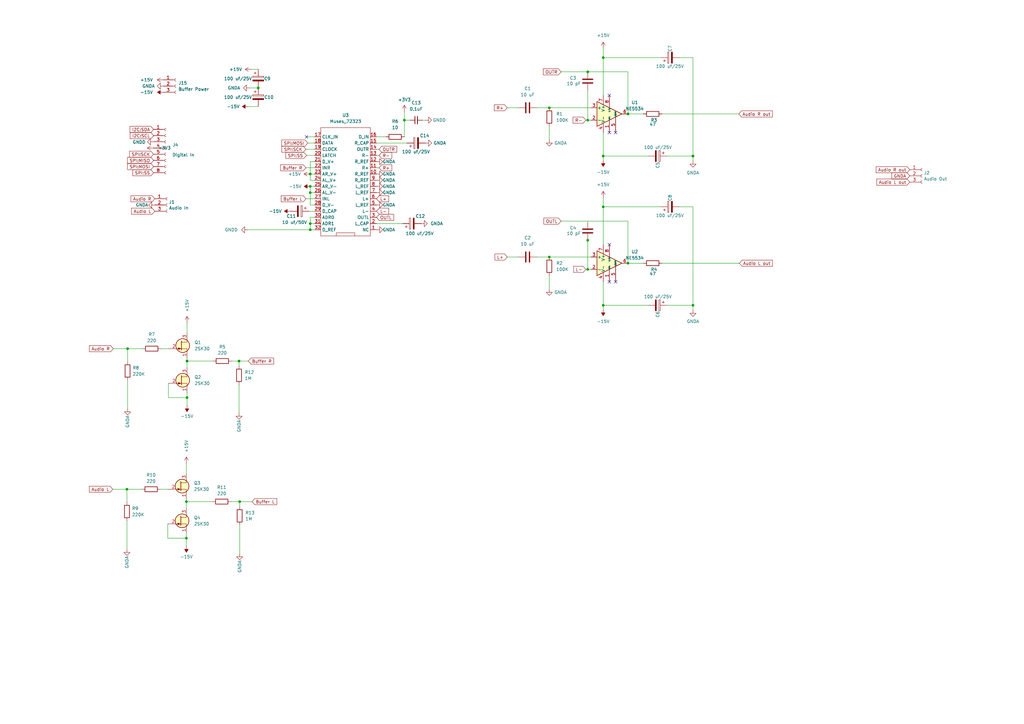
<source format=kicad_sch>
(kicad_sch (version 20231120) (generator "eeschema") (generator_version "8.0")
  (paper "A3")
  (lib_symbols
    (symbol "Amplifier_Operational:NE5534" (pin_names (offset 0.127))
      (property "Reference" "U" (at 1.27 6.35 0))
      (property "Value" "NE5534" (at 1.27 3.81 0))
      (symbol "NE5534_0_1"
        (polyline (pts (xy -5.08 5.08) (xy 5.08 0) (xy -5.08 -5.08) (xy -5.08 5.08)) (stroke (width 0.254)) (fill (type background)))
      )
      (symbol "NE5534_1_1"
        (pin input line (at 0 -7.62 90) (length 5.08) (name "BAL") (number "1"))
        (pin input line (at -7.62 -2.54 0) (length 2.54) (name "-") (number "2"))
        (pin input line (at -7.62 2.54 0) (length 2.54) (name "+") (number "3"))
        (pin power_in line (at -2.54 -7.62 90) (length 3.81) (name "V-") (number "4"))
        (pin input line (at 2.54 -7.62 90) (length 6.35) (name "COMP") (number "5"))
        (pin output line (at 7.62 0 180) (length 2.54) (name "~") (number "6"))
        (pin power_in line (at -2.54 7.62 270) (length 3.81) (name "V+") (number "7"))
        (pin input line (at 0 7.62 270) (length 5.08) (name "C/B") (number "8"))
      )
    )
    (symbol "Connector:Conn_01x03_Female" (pin_names (offset 1.016) hide)
      (property "Reference" "J" (at 0 5.08 0))
      (property "Value" "Conn_01x03_Female" (at 0 -5.08 0))
      (symbol "Conn_01x03_Female_1_1"
        (arc (start 0 -2.032) (mid -0.5058 -2.54) (end 0 -3.048) (stroke (width 0.1524)))
        (polyline (pts (xy -1.27 -2.54) (xy -0.508 -2.54)) (stroke (width 0.1524)))
        (polyline (pts (xy -1.27 0) (xy -0.508 0)) (stroke (width 0.1524)))
        (polyline (pts (xy -1.27 2.54) (xy -0.508 2.54)) (stroke (width 0.1524)))
        (arc (start 0 0.508) (mid -0.5058 0) (end 0 -0.508) (stroke (width 0.1524)))
        (arc (start 0 3.048) (mid -0.5058 2.54) (end 0 2.032) (stroke (width 0.1524)))
        (pin passive line (at -5.08 2.54 0) (length 3.81) (name "Pin_1") (number "1"))
        (pin passive line (at -5.08 0 0) (length 3.81) (name "Pin_2") (number "2"))
        (pin passive line (at -5.08 -2.54 0) (length 3.81) (name "Pin_3") (number "3"))
      )
    )
    (symbol "Connector:Conn_01x08_Female" (pin_names (offset 1.016) hide)
      (property "Reference" "J" (at 0 10.16 0))
      (property "Value" "Conn_01x08_Female" (at 0 -12.7 0))
      (symbol "Conn_01x08_Female_1_1"
        (arc (start 0 -9.652) (mid -0.5058 -10.16) (end 0 -10.668) (stroke (width 0.1524)))
        (arc (start 0 -7.112) (mid -0.5058 -7.62) (end 0 -8.128) (stroke (width 0.1524)))
        (arc (start 0 -4.572) (mid -0.5058 -5.08) (end 0 -5.588) (stroke (width 0.1524)))
        (arc (start 0 -2.032) (mid -0.5058 -2.54) (end 0 -3.048) (stroke (width 0.1524)))
        (polyline (pts (xy -1.27 -10.16) (xy -0.508 -10.16)) (stroke (width 0.1524)))
        (polyline (pts (xy -1.27 -7.62) (xy -0.508 -7.62)) (stroke (width 0.1524)))
        (polyline (pts (xy -1.27 -5.08) (xy -0.508 -5.08)) (stroke (width 0.1524)))
        (polyline (pts (xy -1.27 -2.54) (xy -0.508 -2.54)) (stroke (width 0.1524)))
        (polyline (pts (xy -1.27 0) (xy -0.508 0)) (stroke (width 0.1524)))
        (polyline (pts (xy -1.27 2.54) (xy -0.508 2.54)) (stroke (width 0.1524)))
        (polyline (pts (xy -1.27 5.08) (xy -0.508 5.08)) (stroke (width 0.1524)))
        (polyline (pts (xy -1.27 7.62) (xy -0.508 7.62)) (stroke (width 0.1524)))
        (arc (start 0 0.508) (mid -0.5058 0) (end 0 -0.508) (stroke (width 0.1524)))
        (arc (start 0 3.048) (mid -0.5058 2.54) (end 0 2.032) (stroke (width 0.1524)))
        (arc (start 0 5.588) (mid -0.5058 5.08) (end 0 4.572) (stroke (width 0.1524)))
        (arc (start 0 8.128) (mid -0.5058 7.62) (end 0 7.112) (stroke (width 0.1524)))
        (pin passive line (at -5.08 7.62 0) (length 3.81) (name "Pin_1") (number "1"))
        (pin passive line (at -5.08 5.08 0) (length 3.81) (name "Pin_2") (number "2"))
        (pin passive line (at -5.08 2.54 0) (length 3.81) (name "Pin_3") (number "3"))
        (pin passive line (at -5.08 0 0) (length 3.81) (name "Pin_4") (number "4"))
        (pin passive line (at -5.08 -2.54 0) (length 3.81) (name "Pin_5") (number "5"))
        (pin passive line (at -5.08 -5.08 0) (length 3.81) (name "Pin_6") (number "6"))
        (pin passive line (at -5.08 -7.62 0) (length 3.81) (name "Pin_7") (number "7"))
        (pin passive line (at -5.08 -10.16 0) (length 3.81) (name "Pin_8") (number "8"))
      )
    )
    (symbol "Device:C" (pin_numbers hide) (pin_names (offset 0.254))
      (property "Reference" "C" (at 0.635 2.54 0))
      (property "Value" "C" (at 0.635 -2.54 0))
      (symbol "C_0_1"
        (polyline (pts (xy -2.032 -0.762) (xy 2.032 -0.762)) (stroke (width 0.508)))
        (polyline (pts (xy -2.032 0.762) (xy 2.032 0.762)) (stroke (width 0.508)))
      )
      (symbol "C_1_1"
        (pin passive line (at 0 3.81 270) (length 2.794) (name "~") (number "1"))
        (pin passive line (at 0 -3.81 90) (length 2.794) (name "~") (number "2"))
      )
    )
    (symbol "Device:C_Polarized" (pin_numbers hide) (pin_names (offset 0.254))
      (property "Reference" "C" (at 0.635 2.54 0))
      (property "Value" "C_Polarized" (at 0.635 -2.54 0))
      (symbol "C_Polarized_0_1"
        (rectangle (start -2.286 0.508) (end 2.286 1.016))
        (polyline (pts (xy -1.778 2.286) (xy -0.762 2.286)))
        (polyline (pts (xy -1.27 2.794) (xy -1.27 1.778)))
        (rectangle (start 2.286 -0.508) (end -2.286 -1.016) (fill (type outline)))
      )
      (symbol "C_Polarized_1_1"
        (pin passive line (at 0 3.81 270) (length 2.794) (name "~") (number "1"))
        (pin passive line (at 0 -3.81 90) (length 2.794) (name "~") (number "2"))
      )
    )
    (symbol "Device:C_Small" (pin_numbers hide) (pin_names (offset 0.254) hide)
      (property "Reference" "C" (at 0.254 1.778 0))
      (property "Value" "C_Small" (at 0.254 -2.032 0))
      (symbol "C_Small_0_1"
        (polyline (pts (xy -1.524 -0.508) (xy 1.524 -0.508)) (stroke (width 0.3302)))
        (polyline (pts (xy -1.524 0.508) (xy 1.524 0.508)) (stroke (width 0.3048)))
      )
      (symbol "C_Small_1_1"
        (pin passive line (at 0 2.54 270) (length 2.032) (name "~") (number "1"))
        (pin passive line (at 0 -2.54 90) (length 2.032) (name "~") (number "2"))
      )
    )
    (symbol "Device:R" (pin_numbers hide) (pin_names (offset 0))
      (property "Reference" "R" (at 2.032 0 90))
      (property "Value" "R" (at 0 0 90))
      (symbol "R_0_1"
        (rectangle (start -1.016 -2.54) (end 1.016 2.54) (stroke (width 0.254)))
      )
      (symbol "R_1_1"
        (pin passive line (at 0 3.81 270) (length 1.27) (name "~") (number "1"))
        (pin passive line (at 0 -3.81 90) (length 1.27) (name "~") (number "2"))
      )
    )
    (symbol "PCM_Transistor_JFET_AKL:2SK30" (pin_names hide)
      (property "Reference" "Q" (at 5.08 1.27 0))
      (property "Value" "2SK30" (at 5.08 -1.27 0))
      (symbol "2SK30_0_1"
        (polyline (pts (xy 0 -1.27) (xy 0.254 -1.27)))
        (polyline (pts (xy 0.254 1.905) (xy 0.254 -1.905) (xy 0.254 -1.905)) (stroke (width 0.254)))
        (polyline (pts (xy 2.54 -2.54) (xy 2.54 -1.27) (xy 0.254 -1.27)))
        (polyline (pts (xy 2.54 2.54) (xy 2.54 1.397) (xy 0.254 1.397)))
        (polyline (pts (xy 0 -1.27) (xy -1.016 -0.889) (xy -1.016 -1.651) (xy 0 -1.27)) (fill (type outline)))
        (circle (center 0.762 0) (radius 2.8194) (stroke (width 0.254)) (fill (type background)))
      )
      (symbol "2SK30_1_1"
        (pin passive line (at 2.54 -5.08 90) (length 2.54) (name "S") (number "1"))
        (pin input line (at -5.08 -1.27 0) (length 4.4958) (name "G") (number "2"))
        (pin passive line (at 2.54 5.08 270) (length 2.54) (name "D") (number "3"))
      )
    )
    (symbol "muses72323:Muses_72323"
      (property "Reference" "U" (at 0 0 0))
      (property "Value" "Muses_72323" (at 0 5.08 0))
      (symbol "Muses_72323_0_0"
        (pin unspecified line (at 0 0 180) (length 2.54) (name "NC") (number "1"))
        (pin unspecified line (at 0 22.86 180) (length 2.54) (name "R_REF") (number "10"))
        (pin unspecified line (at 0 25.4 180) (length 2.54) (name "R+") (number "11"))
        (pin unspecified line (at 0 27.94 180) (length 2.54) (name "R_REF") (number "12"))
        (pin unspecified line (at 0 30.48 180) (length 2.54) (name "R-") (number "13"))
        (pin unspecified line (at 0 33.02 180) (length 2.54) (name "OUTR") (number "14"))
        (pin unspecified line (at 0 35.56 180) (length 2.54) (name "R_CAP") (number "15"))
        (pin unspecified line (at 0 38.1 180) (length 2.54) (name "D_IN") (number "16"))
        (pin unspecified line (at -25.4 38.1 0) (length 2.54) (name "CLK_IN") (number "17"))
        (pin unspecified line (at -25.4 35.56 0) (length 2.54) (name "DATA") (number "18"))
        (pin unspecified line (at -25.4 33.02 0) (length 2.54) (name "CLOCK") (number "19"))
        (pin unspecified line (at 0 2.54 180) (length 2.54) (name "L_CAP") (number "2"))
        (pin unspecified line (at -25.4 30.48 0) (length 2.54) (name "LATCH") (number "20"))
        (pin unspecified line (at -25.4 27.94 0) (length 2.54) (name "D_V+") (number "21"))
        (pin unspecified line (at -25.4 25.4 0) (length 2.54) (name "INR") (number "22"))
        (pin unspecified line (at -25.4 22.86 0) (length 2.54) (name "AR_V+") (number "23"))
        (pin unspecified line (at -25.4 20.32 0) (length 2.54) (name "AL_V+") (number "24"))
        (pin unspecified line (at -25.4 17.78 0) (length 2.54) (name "AR_V-") (number "25"))
        (pin unspecified line (at -25.4 15.24 0) (length 2.54) (name "AL_V-") (number "26"))
        (pin unspecified line (at -25.4 12.7 0) (length 2.54) (name "INL") (number "27"))
        (pin unspecified line (at -25.4 10.16 0) (length 2.54) (name "D_V-") (number "28"))
        (pin unspecified line (at -25.4 7.62 0) (length 2.54) (name "D_CAP") (number "29"))
        (pin unspecified line (at 0 5.08 180) (length 2.54) (name "OUTL") (number "3"))
        (pin unspecified line (at -25.4 5.08 0) (length 2.54) (name "ADR0") (number "30"))
        (pin unspecified line (at -25.4 2.54 0) (length 2.54) (name "ADR1") (number "31"))
        (pin unspecified line (at -25.4 0 0) (length 2.54) (name "D_REF") (number "32"))
        (pin unspecified line (at 0 7.62 180) (length 2.54) (name "L-") (number "4"))
        (pin unspecified line (at 0 10.16 180) (length 2.54) (name "L_REF") (number "5"))
        (pin unspecified line (at 0 12.7 180) (length 2.54) (name "L+") (number "6"))
        (pin unspecified line (at 0 15.24 180) (length 2.54) (name "L_REF") (number "7"))
        (pin unspecified line (at 0 17.78 180) (length 2.54) (name "L_REF") (number "8"))
        (pin unspecified line (at 0 20.32 180) (length 2.54) (name "R_REF") (number "9"))
      )
      (symbol "Muses_72323_0_1"
        (polyline (pts (xy -16.51 -2.54) (xy -16.51 -1.27) (xy -8.89 -1.27) (xy -8.89 -2.54)))
        (polyline (pts (xy -22.86 39.37) (xy -22.86 -2.54) (xy -2.54 -2.54) (xy -2.54 41.91) (xy -22.86 41.91) (xy -22.86 39.37)))
      )
    )
    (symbol "power:+15V" (power) (pin_names (offset 0))
      (property "Value" "+15V" (at 0 3.556 0))
      (symbol "+15V_0_1"
        (polyline (pts (xy -0.762 1.27) (xy 0 2.54)))
        (polyline (pts (xy 0 0) (xy 0 2.54)))
        (polyline (pts (xy 0 2.54) (xy 0.762 1.27)))
      )
      (symbol "+15V_1_1"
        (pin power_in line (at 0 0 90) (length 0) hide (name "+15V") (number "1"))
      )
    )
    (symbol "power:+3.3V" (power) (pin_names (offset 0))
      (property "Value" "+3.3V" (at 0 3.556 0))
      (symbol "+3.3V_0_1"
        (polyline (pts (xy -0.762 1.27) (xy 0 2.54)))
        (polyline (pts (xy 0 0) (xy 0 2.54)))
        (polyline (pts (xy 0 2.54) (xy 0.762 1.27)))
      )
      (symbol "+3.3V_1_1"
        (pin power_in line (at 0 0 90) (length 0) hide (name "+3.3V") (number "1"))
      )
    )
    (symbol "power:-15V" (power) (pin_names (offset 0))
      (property "Value" "-15V" (at 0 3.81 0))
      (symbol "-15V_0_0"
        (pin power_in line (at 0 0 90) (length 0) hide (name "-15V") (number "1"))
      )
      (symbol "-15V_0_1"
        (polyline (pts (xy 0 0) (xy 0 1.27) (xy 0.762 1.27) (xy 0 2.54) (xy -0.762 1.27) (xy 0 1.27)) (fill (type outline)))
      )
    )
    (symbol "power:GND" (power) (pin_names (offset 0))
      (property "Value" "GND" (at 0 -3.81 0))
      (symbol "GND_0_1"
        (polyline (pts (xy 0 0) (xy 0 -1.27) (xy 1.27 -1.27) (xy 0 -2.54) (xy -1.27 -1.27) (xy 0 -1.27)))
      )
      (symbol "GND_1_1"
        (pin power_in line (at 0 0 270) (length 0) hide (name "GND") (number "1"))
      )
    )
    (symbol "power:GNDA" (power) (pin_names (offset 0))
      (property "Value" "GNDA" (at 0 -3.81 0))
      (symbol "GNDA_0_1"
        (polyline (pts (xy 0 0) (xy 0 -1.27) (xy 1.27 -1.27) (xy 0 -2.54) (xy -1.27 -1.27) (xy 0 -1.27)))
      )
      (symbol "GNDA_1_1"
        (pin power_in line (at 0 0 270) (length 0) hide (name "GNDA") (number "1"))
      )
    )
  )
  (junction (at 98.044 148.082))
  (junction (at 127.254 71.374))
  (junction (at 284.226 125.222))
  (junction (at 76.708 148.082))
  (junction (at 247.396 125.222))
  (junction (at 127.254 78.994))
  (junction (at 127.254 91.694))
  (junction (at 127.254 94.234))
  (junction (at 257.556 107.95))
  (junction (at 247.396 84.836))
  (junction (at 241.046 29.464))
  (junction (at 52.07 200.66))
  (junction (at 98.298 205.74))
  (junction (at 241.046 98.552))
  (junction (at 127.254 76.454))
  (junction (at 225.298 44.196))
  (junction (at 257.556 46.736))
  (junction (at 76.454 205.74))
  (junction (at 165.862 49.276))
  (junction (at 225.298 105.41))
  (junction (at 76.708 163.068))
  (junction (at 284.226 64.008))
  (junction (at 247.396 23.622))
  (junction (at 241.046 49.276))
  (junction (at 105.918 36.068))
  (junction (at 241.046 110.49))
  (junction (at 76.454 220.726))
  (junction (at 52.324 143.002))
  (junction (at 247.396 64.008))
  (no_connect (at 249.936 39.116))
  (no_connect (at 249.936 115.57))
  (no_connect (at 249.936 54.356))
  (no_connect (at 125.73 56.134))
  (no_connect (at 249.936 100.33))
  (no_connect (at 252.476 115.57))
  (no_connect (at 252.476 54.356))
  (wire (pts (xy 247.396 81.026) (xy 247.396 84.836)))
  (wire (pts (xy 263.906 107.95) (xy 257.556 107.95)))
  (wire (pts (xy 68.834 214.884) (xy 68.834 220.726)))
  (wire (pts (xy 241.046 49.276) (xy 242.316 49.276)))
  (wire (pts (xy 208.026 105.41) (xy 212.598 105.41)))
  (wire (pts (xy 105.918 36.068) (xy 102.362 36.068)))
  (wire (pts (xy 257.556 29.464) (xy 257.556 46.736)))
  (wire (pts (xy 126.238 58.674) (xy 129.032 58.674)))
  (wire (pts (xy 225.298 44.196) (xy 242.316 44.196)))
  (wire (pts (xy 220.218 105.41) (xy 225.298 105.41)))
  (wire (pts (xy 69.088 157.226) (xy 69.088 163.068)))
  (wire (pts (xy 94.742 205.74) (xy 98.298 205.74)))
  (wire (pts (xy 230.124 90.678) (xy 257.556 90.678)))
  (wire (pts (xy 247.396 125.222) (xy 247.396 127)))
  (wire (pts (xy 173.228 49.276) (xy 174.498 49.276)))
  (wire (pts (xy 127.254 84.074) (xy 127.254 78.994)))
  (wire (pts (xy 87.376 148.082) (xy 76.708 148.082)))
  (wire (pts (xy 65.786 200.66) (xy 68.834 200.66)))
  (wire (pts (xy 241.046 98.298) (xy 241.046 98.552)))
  (wire (pts (xy 98.044 148.082) (xy 101.854 148.082)))
  (wire (pts (xy 76.708 148.082) (xy 76.708 150.876)))
  (wire (pts (xy 129.032 84.074) (xy 127.254 84.074)))
  (wire (pts (xy 76.454 220.726) (xy 76.454 224.028)))
  (wire (pts (xy 52.324 155.956) (xy 52.324 167.64)))
  (wire (pts (xy 98.044 148.082) (xy 98.044 150.114)))
  (wire (pts (xy 76.454 205.74) (xy 76.454 208.534)))
  (wire (pts (xy 241.046 110.49) (xy 242.316 110.49)))
  (wire (pts (xy 241.046 98.552) (xy 241.046 110.49)))
  (wire (pts (xy 154.432 63.754) (xy 155.448 63.754)))
  (wire (pts (xy 247.396 19.812) (xy 247.396 23.622)))
  (wire (pts (xy 240.284 49.276) (xy 241.046 49.276)))
  (wire (pts (xy 225.298 113.03) (xy 225.298 118.618)))
  (wire (pts (xy 154.432 61.214) (xy 155.448 61.214)))
  (wire (pts (xy 127.254 71.374) (xy 129.032 71.374)))
  (wire (pts (xy 127.254 76.454) (xy 127.254 78.994)))
  (wire (pts (xy 52.07 200.66) (xy 58.166 200.66)))
  (wire (pts (xy 263.906 46.736) (xy 257.556 46.736)))
  (wire (pts (xy 165.862 49.276) (xy 168.148 49.276)))
  (wire (pts (xy 154.432 56.134) (xy 158.242 56.134)))
  (wire (pts (xy 66.04 143.002) (xy 69.088 143.002)))
  (wire (pts (xy 98.298 205.74) (xy 103.378 205.74)))
  (wire (pts (xy 257.556 29.464) (xy 241.046 29.464)))
  (wire (pts (xy 273.558 64.008) (xy 284.226 64.008)))
  (wire (pts (xy 76.708 163.068) (xy 76.708 166.37)))
  (wire (pts (xy 52.07 205.994) (xy 52.07 200.66)))
  (wire (pts (xy 94.996 148.082) (xy 98.044 148.082)))
  (wire (pts (xy 265.938 64.008) (xy 247.396 64.008)))
  (wire (pts (xy 129.032 89.154) (xy 127.254 89.154)))
  (wire (pts (xy 271.526 107.95) (xy 303.276 107.95)))
  (wire (pts (xy 129.032 66.294) (xy 127.254 66.294)))
  (wire (pts (xy 98.044 157.734) (xy 98.044 169.418)))
  (wire (pts (xy 127.254 78.994) (xy 129.032 78.994)))
  (wire (pts (xy 76.454 204.47) (xy 76.454 205.74)))
  (wire (pts (xy 284.226 64.008) (xy 284.226 66.04)))
  (wire (pts (xy 129.032 73.914) (xy 127.254 73.914)))
  (wire (pts (xy 265.938 125.222) (xy 247.396 125.222)))
  (wire (pts (xy 284.226 84.836) (xy 284.226 125.222)))
  (wire (pts (xy 225.298 105.41) (xy 242.316 105.41)))
  (wire (pts (xy 127.254 66.294) (xy 127.254 71.374)))
  (wire (pts (xy 98.298 215.392) (xy 98.298 227.076)))
  (wire (pts (xy 247.396 84.836) (xy 271.018 84.836)))
  (wire (pts (xy 271.526 46.736) (xy 303.022 46.736)))
  (wire (pts (xy 76.454 218.694) (xy 76.454 220.726)))
  (wire (pts (xy 87.122 205.74) (xy 76.454 205.74)))
  (wire (pts (xy 76.454 189.992) (xy 76.454 194.31)))
  (wire (pts (xy 165.862 45.72) (xy 165.862 49.276)))
  (wire (pts (xy 52.324 148.336) (xy 52.324 143.002)))
  (wire (pts (xy 225.298 51.816) (xy 225.298 57.404)))
  (wire (pts (xy 127.254 94.234) (xy 129.032 94.234)))
  (wire (pts (xy 230.124 29.464) (xy 241.046 29.464)))
  (wire (pts (xy 247.396 23.622) (xy 271.018 23.622)))
  (wire (pts (xy 284.226 23.622) (xy 284.226 64.008)))
  (wire (pts (xy 125.476 68.834) (xy 129.032 68.834)))
  (wire (pts (xy 125.73 56.134) (xy 129.032 56.134)))
  (wire (pts (xy 127.254 91.694) (xy 129.032 91.694)))
  (wire (pts (xy 257.556 90.678) (xy 257.556 107.95)))
  (wire (pts (xy 98.298 205.74) (xy 98.298 207.772)))
  (wire (pts (xy 240.284 110.49) (xy 241.046 110.49)))
  (wire (pts (xy 52.324 143.002) (xy 58.42 143.002)))
  (wire (pts (xy 247.396 64.008) (xy 247.396 54.356)))
  (wire (pts (xy 247.396 84.836) (xy 247.396 100.33)))
  (wire (pts (xy 125.476 81.534) (xy 129.032 81.534)))
  (wire (pts (xy 284.226 125.222) (xy 284.226 127.254)))
  (wire (pts (xy 273.558 125.222) (xy 284.226 125.222)))
  (wire (pts (xy 101.854 43.688) (xy 105.918 43.688)))
  (wire (pts (xy 103.124 28.448) (xy 105.918 28.448)))
  (wire (pts (xy 126.746 86.614) (xy 129.032 86.614)))
  (wire (pts (xy 69.088 163.068) (xy 76.708 163.068)))
  (wire (pts (xy 129.032 76.454) (xy 127.254 76.454)))
  (wire (pts (xy 46.482 143.002) (xy 52.324 143.002)))
  (wire (pts (xy 247.396 125.222) (xy 247.396 115.57)))
  (wire (pts (xy 241.046 37.084) (xy 241.046 49.276)))
  (wire (pts (xy 127.254 89.154) (xy 127.254 91.694)))
  (wire (pts (xy 154.432 68.834) (xy 155.448 68.834)))
  (wire (pts (xy 125.476 61.214) (xy 129.032 61.214)))
  (wire (pts (xy 127.254 91.694) (xy 127.254 94.234)))
  (wire (pts (xy 101.6 94.234) (xy 127.254 94.234)))
  (wire (pts (xy 76.708 161.036) (xy 76.708 163.068)))
  (wire (pts (xy 247.396 64.008) (xy 247.396 65.786)))
  (wire (pts (xy 165.862 49.276) (xy 165.862 56.134)))
  (wire (pts (xy 76.708 132.334) (xy 76.708 136.652)))
  (wire (pts (xy 127.254 71.374) (xy 127.254 73.914)))
  (wire (pts (xy 278.638 84.836) (xy 284.226 84.836)))
  (wire (pts (xy 68.834 220.726) (xy 76.454 220.726)))
  (wire (pts (xy 154.432 91.694) (xy 165.1 91.694)))
  (wire (pts (xy 125.73 63.754) (xy 129.032 63.754)))
  (wire (pts (xy 46.228 200.66) (xy 52.07 200.66)))
  (wire (pts (xy 220.218 44.196) (xy 225.298 44.196)))
  (wire (pts (xy 154.432 58.674) (xy 166.878 58.674)))
  (wire (pts (xy 76.708 146.812) (xy 76.708 148.082)))
  (wire (pts (xy 52.07 213.614) (xy 52.07 225.298)))
  (wire (pts (xy 278.638 23.622) (xy 284.226 23.622)))
  (wire (pts (xy 208.026 44.196) (xy 212.598 44.196)))
  (wire (pts (xy 247.396 23.622) (xy 247.396 39.116)))
  (global_label "SPI:SS" (shape input) (at 125.73 63.754 180) (property "Intersheetrefs" "${INTERSHEET_REFS}" (effects (hide yes))))
  (global_label "I2C:SDA" (shape input) (at 62.992 53.086 180) (property "Intersheetrefs" "${INTERSHEET_REFS}" (effects (hide yes))))
  (global_label "Audio R" (shape input) (at 63.5 81.534 180) (property "Intersheetrefs" "${INTERSHEET_REFS}" (effects (hide yes))))
  (global_label "SPI:MOSI" (shape input) (at 62.992 68.326 180) (property "Intersheetrefs" "${INTERSHEET_REFS}" (effects (hide yes))))
  (global_label "Buffer R" (shape input) (at 125.476 68.834 180) (property "Intersheetrefs" "${INTERSHEET_REFS}" (effects (hide yes))))
  (global_label "Audio L" (shape input) (at 46.228 200.66 180) (property "Intersheetrefs" "${INTERSHEET_REFS}" (effects (hide yes))))
  (global_label "Buffer L" (shape input) (at 103.378 205.74 0) (property "Intersheetrefs" "${INTERSHEET_REFS}" (effects (hide yes))))
  (global_label "Buffer R" (shape input) (at 101.854 148.082 0) (property "Intersheetrefs" "${INTERSHEET_REFS}" (effects (hide yes))))
  (global_label "Audio R out" (shape input) (at 373.126 69.596 180) (property "Intersheetrefs" "${INTERSHEET_REFS}" (effects (hide yes))))
  (global_label "Buffer L" (shape input) (at 125.476 81.534 180) (property "Intersheetrefs" "${INTERSHEET_REFS}" (effects (hide yes))))
  (global_label "I2C:SCL" (shape input) (at 62.992 55.626 180) (property "Intersheetrefs" "${INTERSHEET_REFS}" (effects (hide yes))))
  (global_label "OUTR" (shape input) (at 155.448 61.214 0) (property "Intersheetrefs" "${INTERSHEET_REFS}" (effects (hide yes))))
  (global_label "L+" (shape input) (at 208.026 105.41 180) (property "Intersheetrefs" "${INTERSHEET_REFS}" (effects (hide yes))))
  (global_label "Audio R" (shape input) (at 46.482 143.002 180) (property "Intersheetrefs" "${INTERSHEET_REFS}" (effects (hide yes))))
  (global_label "R-" (shape input) (at 240.284 49.276 180) (property "Intersheetrefs" "${INTERSHEET_REFS}" (effects (hide yes))))
  (global_label "R+" (shape input) (at 208.026 44.196 180) (property "Intersheetrefs" "${INTERSHEET_REFS}" (effects (hide yes))))
  (global_label "L+" (shape input) (at 154.432 81.534 0) (property "Intersheetrefs" "${INTERSHEET_REFS}" (effects (hide yes))))
  (global_label "L-" (shape input) (at 240.284 110.49 180) (property "Intersheetrefs" "${INTERSHEET_REFS}" (effects (hide yes))))
  (global_label "Audio L out" (shape input) (at 303.276 107.95 0) (property "Intersheetrefs" "${INTERSHEET_REFS}" (effects (hide yes))))
  (global_label "SPI:SCK" (shape input) (at 125.476 61.214 180) (property "Intersheetrefs" "${INTERSHEET_REFS}" (effects (hide yes))))
  (global_label "SPI:MISO" (shape input) (at 62.992 65.786 180) (property "Intersheetrefs" "${INTERSHEET_REFS}" (effects (hide yes))))
  (global_label "SPI:SCK" (shape input) (at 62.992 63.246 180) (property "Intersheetrefs" "${INTERSHEET_REFS}" (effects (hide yes))))
  (global_label "GNDA" (shape input) (at 373.126 72.136 180) (property "Intersheetrefs" "${INTERSHEET_REFS}" (effects (hide yes))))
  (global_label "L-" (shape input) (at 154.432 86.614 0) (property "Intersheetrefs" "${INTERSHEET_REFS}" (effects (hide yes))))
  (global_label "OUTL" (shape input) (at 230.124 90.678 180) (property "Intersheetrefs" "${INTERSHEET_REFS}" (effects (hide yes))))
  (global_label "OUTR" (shape input) (at 230.124 29.464 180) (property "Intersheetrefs" "${INTERSHEET_REFS}" (effects (hide yes))))
  (global_label "OUTL" (shape input) (at 154.432 89.154 0) (property "Intersheetrefs" "${INTERSHEET_REFS}" (effects (hide yes))))
  (global_label "R+" (shape input) (at 155.448 68.834 0) (property "Intersheetrefs" "${INTERSHEET_REFS}" (effects (hide yes))))
  (global_label "SPI:SS" (shape input) (at 62.992 70.866 180) (property "Intersheetrefs" "${INTERSHEET_REFS}" (effects (hide yes))))
  (global_label "SPI:MOSI" (shape input) (at 126.238 58.674 180) (property "Intersheetrefs" "${INTERSHEET_REFS}" (effects (hide yes))))
  (global_label "Audio R out" (shape input) (at 303.022 46.736 0) (property "Intersheetrefs" "${INTERSHEET_REFS}" (effects (hide yes))))
  (global_label "R-" (shape input) (at 155.448 63.754 0) (property "Intersheetrefs" "${INTERSHEET_REFS}" (effects (hide yes))))
  (global_label "Audio L" (shape input) (at 63.5 86.614 180) (property "Intersheetrefs" "${INTERSHEET_REFS}" (effects (hide yes))))
  (global_label "Audio L out" (shape input) (at 373.126 74.676 180) (property "Intersheetrefs" "${INTERSHEET_REFS}" (effects (hide yes))))
  (symbol (lib_id "power:GND") (at 225.298 57.404 0) (unit 1)
    (property "Reference" "#PWR04" (effects (hide yes)))
    (property "Value" "GNDA" (at 227.33 58.6739 0) (effects (justify left)))
  )
  (symbol (lib_id "power:+15V") (at 76.454 189.992 0) (unit 1)
    (property "Reference" "#PWR013" (effects (hide yes)))
    (property "Value" "+15V" (at 76.4541 185.674 90) (effects (justify left)))
  )
  (symbol (lib_id "power:GND") (at 284.226 127.254 0) (unit 1)
    (property "Reference" "#PWR011" (effects (hide yes)))
    (property "Value" "GNDA" (at 284.226 131.826 0))
  )
  (symbol (lib_id "Device:C_Polarized") (at 274.828 84.836 90) (unit 1)
    (property "Reference" "C8" (at 274.828 79.756 0) (effects (justify right)))
    (property "Value" "100 uf/25V" (at 268.986 88.392 90) (effects (justify right)))
    (property "Footprint" "Capacitor_THT:CP_Radial_D8.0mm_P3.50mm" (effects (hide yes)))
  )
  (symbol (lib_id "power:GNDA") (at 98.298 227.076 0) (unit 1)
    (property "Reference" "#PWR018" (effects (hide yes)))
    (property "Value" "GNDA" (at 98.298 234.95 90) (effects (justify left)))
  )
  (symbol (lib_id "power:GNDA") (at 98.044 169.418 0) (unit 1)
    (property "Reference" "#PWR017" (effects (hide yes)))
    (property "Value" "GNDA" (at 98.044 177.292 90) (effects (justify left)))
  )
  (symbol (lib_id "power:-15V") (at 101.854 43.688 90) (unit 1)
    (property "Reference" "#PWR020" (effects (hide yes)))
    (property "Value" "-15V" (at 98.298 43.6879 90) (effects (justify left)))
  )
  (symbol (lib_id "power:GNDA") (at 63.5 84.074 270) (unit 1)
    (property "Reference" "#PWR035" (effects (hide yes)))
    (property "Value" "GNDA" (at 55.626 84.074 90) (effects (justify left)))
  )
  (symbol (lib_id "Device:R") (at 225.298 109.22 180) (unit 1)
    (property "Reference" "R2" (at 228.092 107.9499 0) (effects (justify right)))
    (property "Value" "100K" (at 228.092 110.4899 0) (effects (justify right)))
    (property "Footprint" "Resistor_SMD:R_0805_2012Metric_Pad1.20x1.40mm_HandSolder" (effects (hide yes)))
  )
  (symbol (lib_id "power:GND") (at 154.432 71.374 90) (unit 1)
    (property "Reference" "#PWR027" (effects (hide yes)))
    (property "Value" "GNDA" (at 159.512 71.374 90))
  )
  (symbol (lib_id "Device:R") (at 98.044 153.924 0) (unit 1)
    (property "Reference" "R12" (at 100.33 152.6539 0) (effects (justify left)))
    (property "Value" "1M" (at 100.33 155.1939 0) (effects (justify left)))
    (property "Footprint" "Resistor_SMD:R_0805_2012Metric_Pad1.20x1.40mm_HandSolder" (effects (hide yes)))
  )
  (symbol (lib_id "PCM_Transistor_JFET_AKL:2SK30") (at 73.914 199.39 0) (unit 1)
    (property "Reference" "Q3" (at 79.502 198.1199 0) (effects (justify left)))
    (property "Value" "2SK30" (at 79.502 200.6599 0) (effects (justify left)))
    (property "Footprint" "Package_TO_SOT_THT:TO-92" (effects (hide yes)))
    (property "Datasheet" "https://datasheet.octopart.com/2SK30A-Toshiba-datasheet-101654.pdf" (effects (hide yes)))
    (property "Description" "TO-92 N-JFET transistor, 50V, 0.3mA, 100mW, Alternate KiCAD Library" (effects (hide yes)))
  )
  (symbol (lib_id "power:GND") (at 174.498 58.674 90) (unit 1)
    (property "Reference" "#PWR036" (effects (hide yes)))
    (property "Value" "GNDA" (at 177.8 58.6739 90) (effects (justify right)))
  )
  (symbol (lib_id "power:+15V") (at 76.708 132.334 0) (unit 1)
    (property "Reference" "#PWR01" (effects (hide yes)))
    (property "Value" "+15V" (at 76.7081 128.016 90) (effects (justify left)))
  )
  (symbol (lib_id "Device:C_Polarized") (at 105.918 39.878 0) (unit 1)
    (property "Reference" "C10" (at 112.268 39.878 0) (effects (justify right)))
    (property "Value" "100 uf/25V" (at 103.378 39.878 0) (effects (justify right)))
    (property "Footprint" "Capacitor_THT:CP_Radial_D8.0mm_P3.50mm" (effects (hide yes)))
  )
  (symbol (lib_id "power:-15V") (at 76.708 166.37 180) (unit 1)
    (property "Reference" "#PWR02" (effects (hide yes)))
    (property "Value" "-15V" (at 76.708 170.688 0))
  )
  (symbol (lib_id "power:+15V") (at 247.396 81.026 0) (unit 1)
    (property "Reference" "#PWR08" (effects (hide yes)))
    (property "Value" "+15V" (at 247.396 75.692 0))
  )
  (symbol (lib_id "power:GND") (at 154.432 84.074 90) (unit 1)
    (property "Reference" "#PWR031" (effects (hide yes)))
    (property "Value" "GNDA" (at 159.512 84.074 90))
  )
  (symbol (lib_id "Device:C_Polarized") (at 274.828 23.622 90) (unit 1)
    (property "Reference" "C7" (at 274.828 18.542 0) (effects (justify right)))
    (property "Value" "100 uf/25V" (at 268.986 27.178 90) (effects (justify right)))
    (property "Footprint" "Capacitor_THT:CP_Radial_D8.0mm_P3.50mm" (effects (hide yes)))
  )
  (symbol (lib_id "Connector:Conn_01x03_Female") (at 72.136 35.306 0) (unit 1)
    (property "Reference" "J15" (at 73.152 34.0359 0) (effects (justify left)))
    (property "Value" "Buffer Power" (at 73.152 36.5759 0) (effects (justify left)))
    (property "Footprint" "Connector_PinHeader_2.54mm:PinHeader_1x03_P2.54mm_Vertical" (effects (hide yes)))
  )
  (symbol (lib_id "power:GND") (at 154.432 78.994 90) (unit 1)
    (property "Reference" "#PWR030" (effects (hide yes)))
    (property "Value" "GNDA" (at 159.512 78.994 90))
  )
  (symbol (lib_id "Device:C") (at 216.408 105.41 90) (unit 1)
    (property "Reference" "C2" (at 216.408 97.536 90))
    (property "Value" "10 uF" (at 216.408 100.076 90))
    (property "Footprint" "Capacitor_THT:CP_Radial_D6.3mm_P2.50mm" (effects (hide yes)))
  )
  (symbol (lib_id "Device:R") (at 91.186 148.082 270) (unit 1)
    (property "Reference" "R5" (at 91.186 142.24 90))
    (property "Value" "220" (at 91.186 144.78 90))
    (property "Footprint" "Resistor_SMD:R_0805_2012Metric_Pad1.20x1.40mm_HandSolder" (effects (hide yes)))
  )
  (symbol (lib_id "power:GND") (at 101.6 94.234 270) (unit 1)
    (property "Reference" "#PWR021" (effects (hide yes)))
    (property "Value" "GNDD" (at 97.536 94.234 90) (effects (justify right)))
  )
  (symbol (lib_id "Device:R") (at 267.716 107.95 90) (unit 1)
    (property "Reference" "R4" (at 268.224 110.49 90))
    (property "Value" "47" (at 267.716 112.268 90))
    (property "Footprint" "Resistor_SMD:R_0805_2012Metric_Pad1.20x1.40mm_HandSolder" (effects (hide yes)))
  )
  (symbol (lib_id "power:GNDA") (at 52.07 225.298 0) (unit 1)
    (property "Reference" "#PWR012" (effects (hide yes)))
    (property "Value" "GNDA" (at 52.07 233.172 90) (effects (justify left)))
  )
  (symbol (lib_id "power:GND") (at 154.432 94.234 90) (unit 1)
    (property "Reference" "#PWR015" (effects (hide yes)))
    (property "Value" "GNDA" (at 159.512 94.234 90))
  )
  (symbol (lib_id "Connector:Conn_01x03_Female") (at 68.58 84.074 0) (unit 1)
    (property "Reference" "J1" (at 69.2912 82.8619 0) (effects (justify left)))
    (property "Value" "Audio In" (at 69.2912 85.2861 0) (effects (justify left)))
    (property "Footprint" "Connector_PinHeader_2.54mm:PinHeader_1x03_P2.54mm_Vertical" (effects (hide yes)))
  )
  (symbol (lib_id "power:GND") (at 154.432 73.914 90) (unit 1)
    (property "Reference" "#PWR028" (effects (hide yes)))
    (property "Value" "GNDA" (at 159.512 73.914 90))
  )
  (symbol (lib_id "Device:R") (at 61.976 200.66 270) (unit 1)
    (property "Reference" "R10" (at 61.976 194.818 90))
    (property "Value" "220" (at 61.976 197.358 90))
    (property "Footprint" "Resistor_SMD:R_0805_2012Metric_Pad1.20x1.40mm_HandSolder" (effects (hide yes)))
  )
  (symbol (lib_id "power:GND") (at 172.72 91.694 90) (unit 1)
    (property "Reference" "#PWR034" (effects (hide yes)))
    (property "Value" "GNDA" (at 176.53 91.6939 90) (effects (justify right)))
  )
  (symbol (lib_id "Device:R") (at 267.716 46.736 90) (unit 1)
    (property "Reference" "R3" (at 268.224 49.276 90))
    (property "Value" "47" (at 267.716 51.054 90))
    (property "Footprint" "Resistor_SMD:R_0805_2012Metric_Pad1.20x1.40mm_HandSolder" (effects (hide yes)))
  )
  (symbol (lib_id "Device:R") (at 52.07 209.804 0) (unit 1)
    (property "Reference" "R9" (at 54.102 208.5339 0) (effects (justify left)))
    (property "Value" "220K" (at 54.102 211.0739 0) (effects (justify left)))
    (property "Footprint" "Resistor_SMD:R_0805_2012Metric_Pad1.20x1.40mm_HandSolder" (effects (hide yes)))
  )
  (symbol (lib_id "power:GND") (at 67.056 35.306 270) (unit 1)
    (property "Reference" "#PWR040" (effects (hide yes)))
    (property "Value" "GNDA" (at 63.5 35.3059 90) (effects (justify right)))
  )
  (symbol (lib_id "power:GND") (at 174.498 49.276 90) (unit 1)
    (property "Reference" "#PWR046" (effects (hide yes)))
    (property "Value" "GNDD" (at 182.88 49.276 90) (effects (justify left)))
  )
  (symbol (lib_id "Device:C") (at 216.408 44.196 90) (unit 1)
    (property "Reference" "C1" (at 216.408 36.322 90))
    (property "Value" "10 uF" (at 216.408 38.862 90))
    (property "Footprint" "Capacitor_THT:CP_Radial_D6.3mm_P2.50mm" (effects (hide yes)))
  )
  (symbol (lib_id "power:+3.3V") (at 62.992 60.706 90) (unit 1)
    (property "Reference" "#PWR049" (effects (hide yes)))
    (property "Value" "+3V3" (at 64.77 60.7059 90) (effects (justify right)))
  )
  (symbol (lib_id "power:-15V") (at 119.126 86.614 90) (unit 1)
    (property "Reference" "#PWR014" (effects (hide yes)))
    (property "Value" "-15V" (at 115.57 86.6139 90) (effects (justify left)))
  )
  (symbol (lib_id "Device:R") (at 52.324 152.146 0) (unit 1)
    (property "Reference" "R8" (at 54.356 150.8759 0) (effects (justify left)))
    (property "Value" "220K" (at 54.356 153.4159 0) (effects (justify left)))
    (property "Footprint" "Resistor_SMD:R_0805_2012Metric_Pad1.20x1.40mm_HandSolder" (effects (hide yes)))
  )
  (symbol (lib_id "power:GND") (at 154.432 66.294 90) (unit 1)
    (property "Reference" "#PWR026" (effects (hide yes)))
    (property "Value" "GNDA" (at 159.512 66.294 90))
  )
  (symbol (lib_id "power:-15V") (at 127.254 76.454 90) (unit 1)
    (property "Reference" "#PWR045" (effects (hide yes)))
    (property "Value" "-15V" (at 123.698 76.4539 90) (effects (justify left)))
  )
  (symbol (lib_id "Amplifier_Operational:NE5534") (at 249.936 46.736 0) (unit 1)
    (property "Reference" "U1" (at 260.35 42.037 0))
    (property "Value" "NE5534" (at 260.35 44.577 0))
    (property "Footprint" "Package_DIP:DIP-8_W7.62mm_Socket_LongPads" (effects (hide yes)))
    (property "Datasheet" "http://www.ti.com/lit/ds/symlink/ne5534.pdf" (effects (hide yes)))
  )
  (symbol (lib_id "power:+3.3V") (at 165.862 45.72 0) (unit 1)
    (property "Reference" "#PWR033" (effects (hide yes)))
    (property "Value" "+3V3" (at 165.862 40.894 0))
  )
  (symbol (lib_id "power:+15V") (at 247.396 19.812 0) (unit 1)
    (property "Reference" "#PWR06" (effects (hide yes)))
    (property "Value" "+15V" (at 247.396 14.478 0))
  )
  (symbol (lib_id "Device:C_Polarized") (at 269.748 64.008 270) (unit 1)
    (property "Reference" "C5" (at 269.748 69.088 0) (effects (justify right)))
    (property "Value" "100 uf/25V" (at 275.59 60.452 90) (effects (justify right)))
    (property "Footprint" "Capacitor_THT:CP_Radial_D8.0mm_P3.50mm" (effects (hide yes)))
  )
  (symbol (lib_id "Device:R") (at 225.298 48.006 180) (unit 1)
    (property "Reference" "R1" (at 228.092 46.7359 0) (effects (justify right)))
    (property "Value" "100K" (at 228.092 49.2759 0) (effects (justify right)))
    (property "Footprint" "Resistor_SMD:R_0805_2012Metric_Pad1.20x1.40mm_HandSolder" (effects (hide yes)))
  )
  (symbol (lib_id "muses72323:Muses_72323") (at 154.432 94.234 0) (unit 1)
    (property "Reference" "U3" (at 141.732 47.244 0))
    (property "Value" "Muses_72323" (at 141.732 49.784 0))
    (property "Footprint" "PCM_Package_SO_AKL:SSOP-32_11.305x20.495mm_P1.27mm" (effects (hide yes)))
  )
  (symbol (lib_id "power:GND") (at 284.226 66.04 0) (unit 1)
    (property "Reference" "#PWR010" (effects (hide yes)))
    (property "Value" "GNDA" (at 284.226 70.866 0))
  )
  (symbol (lib_id "Device:R") (at 162.052 56.134 90) (unit 1)
    (property "Reference" "R6" (at 162.052 49.784 90))
    (property "Value" "10" (at 162.052 52.324 90))
    (property "Footprint" "Resistor_SMD:R_0805_2012Metric_Pad1.20x1.40mm_HandSolder" (effects (hide yes)))
  )
  (symbol (lib_id "power:-15V") (at 67.056 37.846 90) (unit 1)
    (property "Reference" "#PWR041" (effects (hide yes)))
    (property "Value" "-15V" (at 62.738 37.8459 90) (effects (justify left)))
  )
  (symbol (lib_id "PCM_Transistor_JFET_AKL:2SK30") (at 74.168 155.956 0) (unit 1)
    (property "Reference" "Q2" (at 79.756 154.6859 0) (effects (justify left)))
    (property "Value" "2SK30" (at 79.756 157.2259 0) (effects (justify left)))
    (property "Footprint" "Package_TO_SOT_THT:TO-92" (effects (hide yes)))
    (property "Datasheet" "https://datasheet.octopart.com/2SK30A-Toshiba-datasheet-101654.pdf" (effects (hide yes)))
    (property "Description" "TO-92 N-JFET transistor, 50V, 0.3mA, 100mW, Alternate KiCAD Library" (effects (hide yes)))
  )
  (symbol (lib_id "Device:C") (at 241.046 33.274 0) (unit 1)
    (property "Reference" "C3" (at 233.68 32.004 0) (effects (justify left)))
    (property "Value" "10 pF" (at 232.41 34.29 0) (effects (justify left)))
    (property "Footprint" "Capacitor_THT:C_Disc_D4.3mm_W1.9mm_P5.00mm" (effects (hide yes)))
  )
  (symbol (lib_id "Device:C_Polarized") (at 105.918 32.258 0) (unit 1)
    (property "Reference" "C9" (at 110.998 32.258 0) (effects (justify right)))
    (property "Value" "100 uf/25V" (at 103.378 32.258 0) (effects (justify right)))
    (property "Footprint" "Capacitor_THT:CP_Radial_D8.0mm_P3.50mm" (effects (hide yes)))
  )
  (symbol (lib_id "power:-15V") (at 247.396 127 180) (unit 1)
    (property "Reference" "#PWR09" (effects (hide yes)))
    (property "Value" "-15V" (at 247.396 131.826 0))
  )
  (symbol (lib_id "PCM_Transistor_JFET_AKL:2SK30") (at 74.168 141.732 0) (unit 1)
    (property "Reference" "Q1" (at 79.756 140.4619 0) (effects (justify left)))
    (property "Value" "2SK30" (at 79.756 143.0019 0) (effects (justify left)))
    (property "Footprint" "Package_TO_SOT_THT:TO-92" (effects (hide yes)))
    (property "Datasheet" "https://datasheet.octopart.com/2SK30A-Toshiba-datasheet-101654.pdf" (effects (hide yes)))
    (property "Description" "TO-92 N-JFET transistor, 50V, 0.3mA, 100mW, Alternate KiCAD Library" (effects (hide yes)))
  )
  (symbol (lib_id "Device:R") (at 62.23 143.002 270) (unit 1)
    (property "Reference" "R7" (at 62.23 137.16 90))
    (property "Value" "220" (at 62.23 139.7 90))
    (property "Footprint" "Resistor_SMD:R_0805_2012Metric_Pad1.20x1.40mm_HandSolder" (effects (hide yes)))
  )
  (symbol (lib_id "Device:C_Polarized") (at 168.91 91.694 90) (unit 1)
    (property "Reference" "C12" (at 170.434 88.646 90) (effects (justify right)))
    (property "Value" "100 uf/25V" (at 166.37 95.758 90) (effects (justify right)))
    (property "Footprint" "Capacitor_THT:CP_Radial_D8.0mm_P3.50mm" (effects (hide yes)))
  )
  (symbol (lib_id "power:+15V") (at 127.254 71.374 90) (unit 1)
    (property "Reference" "#PWR044" (effects (hide yes)))
    (property "Value" "+15V" (at 123.444 71.374 90) (effects (justify left)))
  )
  (symbol (lib_id "Connector:Conn_01x03_Female") (at 378.206 72.136 0) (unit 1)
    (property "Reference" "J2" (at 378.9172 70.9239 0) (effects (justify left)))
    (property "Value" "Audio Out" (at 378.9172 73.3481 0) (effects (justify left)))
    (property "Footprint" "Connector_PinHeader_2.54mm:PinHeader_1x03_P2.54mm_Vertical" (effects (hide yes)))
  )
  (symbol (lib_id "power:-15V") (at 76.454 224.028 180) (unit 1)
    (property "Reference" "#PWR016" (effects (hide yes)))
    (property "Value" "-15V" (at 76.454 228.346 0))
  )
  (symbol (lib_id "PCM_Transistor_JFET_AKL:2SK30") (at 73.914 213.614 0) (unit 1)
    (property "Reference" "Q4" (at 79.502 212.3439 0) (effects (justify left)))
    (property "Value" "2SK30" (at 79.502 214.8839 0) (effects (justify left)))
    (property "Footprint" "Package_TO_SOT_THT:TO-92" (effects (hide yes)))
    (property "Datasheet" "https://datasheet.octopart.com/2SK30A-Toshiba-datasheet-101654.pdf" (effects (hide yes)))
    (property "Description" "TO-92 N-JFET transistor, 50V, 0.3mA, 100mW, Alternate KiCAD Library" (effects (hide yes)))
  )
  (symbol (lib_id "Connector:Conn_01x08_Female") (at 68.072 60.706 0) (unit 1)
    (property "Reference" "J4" (at 73.152 59.436 0) (effects (justify right)))
    (property "Value" "Digital In" (at 79.756 63.5 0) (effects (justify right)))
    (property "Footprint" "Connector_PinHeader_2.54mm:PinHeader_1x08_P2.54mm_Vertical" (effects (hide yes)))
  )
  (symbol (lib_id "Device:R") (at 90.932 205.74 270) (unit 1)
    (property "Reference" "R11" (at 90.932 199.898 90))
    (property "Value" "220" (at 90.932 202.438 90))
    (property "Footprint" "Resistor_SMD:R_0805_2012Metric_Pad1.20x1.40mm_HandSolder" (effects (hide yes)))
  )
  (symbol (lib_id "power:-15V") (at 247.396 65.786 180) (unit 1)
    (property "Reference" "#PWR07" (effects (hide yes)))
    (property "Value" "-15V" (at 247.396 70.612 0))
  )
  (symbol (lib_id "power:+15V") (at 103.124 28.448 90) (unit 1)
    (property "Reference" "#PWR022" (effects (hide yes)))
    (property "Value" "+15V" (at 99.314 28.448 90) (effects (justify left)))
  )
  (symbol (lib_id "Device:C") (at 241.046 94.742 0) (unit 1)
    (property "Reference" "C4" (at 233.68 93.472 0) (effects (justify left)))
    (property "Value" "10 pF" (at 232.41 95.758 0) (effects (justify left)))
    (property "Footprint" "Capacitor_THT:C_Disc_D4.3mm_W1.9mm_P5.00mm" (effects (hide yes)))
  )
  (symbol (lib_id "power:GNDA") (at 52.324 167.64 0) (unit 1)
    (property "Reference" "#PWR03" (effects (hide yes)))
    (property "Value" "GNDA" (at 52.324 175.514 90) (effects (justify left)))
  )
  (symbol (lib_id "power:+15V") (at 67.056 32.766 90) (unit 1)
    (property "Reference" "#PWR039" (effects (hide yes)))
    (property "Value" "+15V" (at 62.738 32.7659 90) (effects (justify left)))
  )
  (symbol (lib_id "Device:C_Small") (at 170.688 49.276 90) (unit 1)
    (property "Reference" "C13" (at 170.6943 42.164 90))
    (property "Value" "0,1uF" (at 170.6943 44.704 90))
    (property "Footprint" "Capacitor_SMD:C_0805_2012Metric_Pad1.18x1.45mm_HandSolder" (effects (hide yes)))
  )
  (symbol (lib_id "Device:C_Polarized") (at 170.688 58.674 90) (unit 1)
    (property "Reference" "C14" (at 172.212 55.626 90) (effects (justify right)))
    (property "Value" "100 uf/25V" (at 164.846 62.23 90) (effects (justify right)))
    (property "Footprint" "Capacitor_THT:CP_Radial_D8.0mm_P3.50mm" (effects (hide yes)))
  )
  (symbol (lib_id "power:GND") (at 102.362 36.068 270) (unit 1)
    (property "Reference" "#PWR019" (effects (hide yes)))
    (property "Value" "GNDA" (at 98.552 36.0679 90) (effects (justify right)))
  )
  (symbol (lib_id "Device:C_Polarized") (at 269.748 125.222 270) (unit 1)
    (property "Reference" "C6" (at 269.748 130.302 0) (effects (justify right)))
    (property "Value" "100 uf/25V" (at 275.59 121.666 90) (effects (justify right)))
    (property "Footprint" "Capacitor_THT:CP_Radial_D8.0mm_P3.50mm" (effects (hide yes)))
  )
  (symbol (lib_id "Device:R") (at 98.298 211.582 0) (unit 1)
    (property "Reference" "R13" (at 100.584 210.3119 0) (effects (justify left)))
    (property "Value" "1M" (at 100.584 212.8519 0) (effects (justify left)))
    (property "Footprint" "Resistor_SMD:R_0805_2012Metric_Pad1.20x1.40mm_HandSolder" (effects (hide yes)))
  )
  (symbol (lib_id "power:GND") (at 225.298 118.618 0) (unit 1)
    (property "Reference" "#PWR05" (effects (hide yes)))
    (property "Value" "GNDA" (at 227.33 119.8879 0) (effects (justify left)))
  )
  (symbol (lib_id "power:GND") (at 62.992 58.166 270) (unit 1)
    (property "Reference" "#PWR048" (effects (hide yes)))
    (property "Value" "GNDD" (at 59.7408 58.293 90) (effects (justify right)))
  )
  (symbol (lib_id "Device:C_Polarized") (at 122.936 86.614 270) (unit 1)
    (property "Reference" "C11" (at 121.412 88.646 90) (effects (justify right)))
    (property "Value" "10 uf/50V" (at 125.984 91.186 90) (effects (justify right)))
    (property "Footprint" "Capacitor_THT:CP_Radial_D8.0mm_P3.50mm" (effects (hide yes)))
  )
  (symbol (lib_id "Amplifier_Operational:NE5534") (at 249.936 107.95 0) (unit 1)
    (property "Reference" "U2" (at 260.35 103.251 0))
    (property "Value" "NE5534" (at 260.35 105.791 0))
    (property "Footprint" "Package_DIP:DIP-8_W7.62mm_Socket_LongPads" (effects (hide yes)))
    (property "Datasheet" "http://www.ti.com/lit/ds/symlink/ne5534.pdf" (effects (hide yes)))
  )
  (symbol (lib_id "power:GND") (at 154.432 76.454 90) (unit 1)
    (property "Reference" "#PWR029" (effects (hide yes)))
    (property "Value" "GNDA" (at 159.512 76.454 90))
  )
)
</source>
